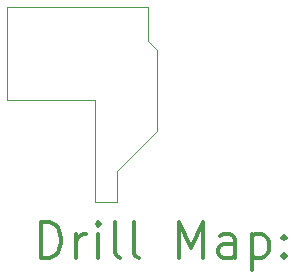
<source format=gbr>
%FSLAX45Y45*%
G04 Gerber Fmt 4.5, Leading zero omitted, Abs format (unit mm)*
G04 Created by KiCad (PCBNEW (5.1.0)-1) date 2019-09-18 15:22:57*
%MOMM*%
%LPD*%
G04 APERTURE LIST*
%ADD10C,0.050000*%
%ADD11C,0.200000*%
%ADD12C,0.300000*%
G04 APERTURE END LIST*
D10*
X2663038Y-2945260D02*
X3401924Y-2945260D01*
X2663038Y-2154300D02*
X2663038Y-2945260D01*
X3854679Y-2154300D02*
X2663038Y-2154300D01*
X3854679Y-2446020D02*
X3854679Y-2154300D01*
X3931679Y-2523020D02*
X3854679Y-2446020D01*
X3931679Y-3202940D02*
X3931679Y-2523020D01*
X3592884Y-3542030D02*
X3931679Y-3202940D01*
X3592884Y-3811305D02*
X3592884Y-3542030D01*
X3401924Y-3811305D02*
X3592884Y-3811305D01*
X3401924Y-2945260D02*
X3401924Y-3811305D01*
D11*
D12*
X2946966Y-4279519D02*
X2946966Y-3979519D01*
X3018395Y-3979519D01*
X3061252Y-3993805D01*
X3089824Y-4022376D01*
X3104109Y-4050948D01*
X3118395Y-4108091D01*
X3118395Y-4150948D01*
X3104109Y-4208091D01*
X3089824Y-4236662D01*
X3061252Y-4265234D01*
X3018395Y-4279519D01*
X2946966Y-4279519D01*
X3246966Y-4279519D02*
X3246966Y-4079519D01*
X3246966Y-4136662D02*
X3261252Y-4108091D01*
X3275538Y-4093805D01*
X3304109Y-4079519D01*
X3332681Y-4079519D01*
X3432681Y-4279519D02*
X3432681Y-4079519D01*
X3432681Y-3979519D02*
X3418395Y-3993805D01*
X3432681Y-4008091D01*
X3446966Y-3993805D01*
X3432681Y-3979519D01*
X3432681Y-4008091D01*
X3618395Y-4279519D02*
X3589824Y-4265234D01*
X3575538Y-4236662D01*
X3575538Y-3979519D01*
X3775538Y-4279519D02*
X3746966Y-4265234D01*
X3732681Y-4236662D01*
X3732681Y-3979519D01*
X4118395Y-4279519D02*
X4118395Y-3979519D01*
X4218395Y-4193805D01*
X4318395Y-3979519D01*
X4318395Y-4279519D01*
X4589824Y-4279519D02*
X4589824Y-4122376D01*
X4575538Y-4093805D01*
X4546966Y-4079519D01*
X4489824Y-4079519D01*
X4461252Y-4093805D01*
X4589824Y-4265234D02*
X4561252Y-4279519D01*
X4489824Y-4279519D01*
X4461252Y-4265234D01*
X4446966Y-4236662D01*
X4446966Y-4208091D01*
X4461252Y-4179519D01*
X4489824Y-4165234D01*
X4561252Y-4165234D01*
X4589824Y-4150948D01*
X4732681Y-4079519D02*
X4732681Y-4379519D01*
X4732681Y-4093805D02*
X4761252Y-4079519D01*
X4818395Y-4079519D01*
X4846966Y-4093805D01*
X4861252Y-4108091D01*
X4875538Y-4136662D01*
X4875538Y-4222377D01*
X4861252Y-4250948D01*
X4846966Y-4265234D01*
X4818395Y-4279519D01*
X4761252Y-4279519D01*
X4732681Y-4265234D01*
X5004109Y-4250948D02*
X5018395Y-4265234D01*
X5004109Y-4279519D01*
X4989824Y-4265234D01*
X5004109Y-4250948D01*
X5004109Y-4279519D01*
X5004109Y-4093805D02*
X5018395Y-4108091D01*
X5004109Y-4122376D01*
X4989824Y-4108091D01*
X5004109Y-4093805D01*
X5004109Y-4122376D01*
M02*

</source>
